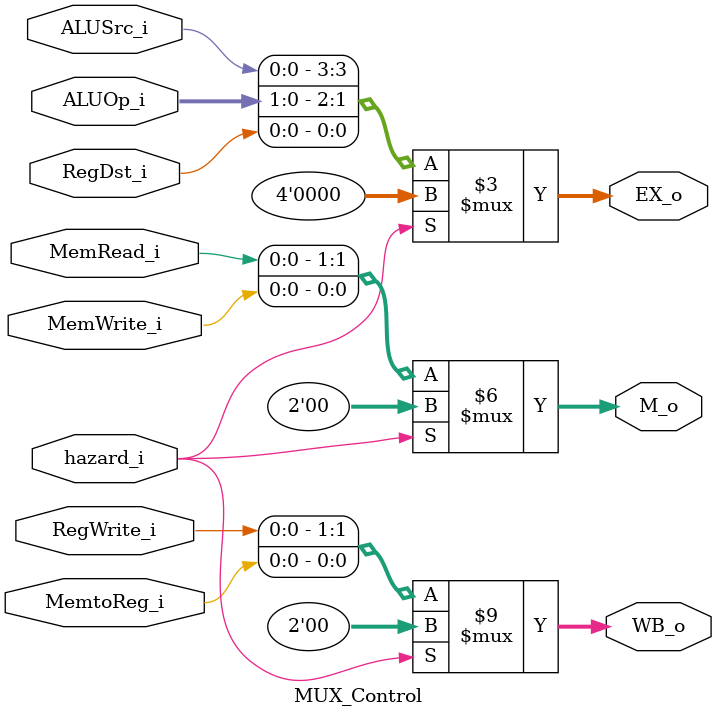
<source format=v>
module MUX_Control(
    hazard_i,
    RegDst_i,
    ALUOp_i,
    ALUSrc_i,
    RegWrite_i,
    MemRead_i,
    MemWrite_i,
    MemtoReg_i,
    WB_o,
    M_o,
    EX_o       
);

input               hazard_i;
input               RegDst_i, ALUSrc_i, MemtoReg_i, RegWrite_i, MemWrite_i, MemRead_i;
input   [1:0]       ALUOp_i;
output  [1:0]       WB_o, M_o;
output  [3:0]       EX_o;

reg     [1:0]       WB_o, M_o;
reg     [3:0]       EX_o;

always @(hazard_i or RegDst_i or ALUSrc_i or MemtoReg_i or RegWrite_i or MemWrite_i or MemRead_i or ALUOp_i) begin
    if (hazard_i) begin
        WB_o <= 2'b00;
        M_o <= 2'b00;
        EX_o <= 4'b00;
    end
    else begin
        WB_o <= {RegWrite_i, MemtoReg_i};
        M_o <= {MemRead_i, MemWrite_i};
        EX_o <= {ALUSrc_i, ALUOp_i[1:0], RegDst_i};
    end
end

endmodule
</source>
